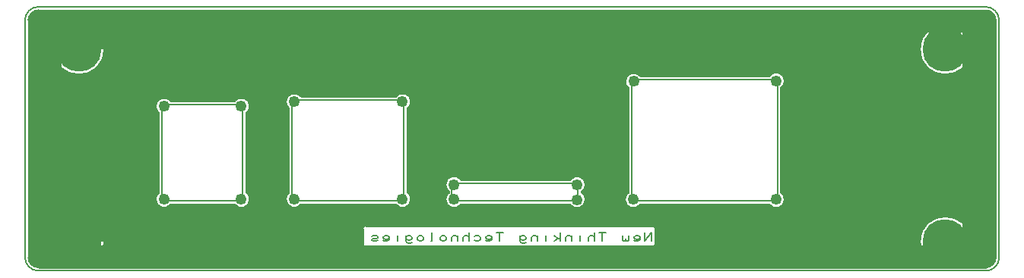
<source format=gbr>
%FSLAX36Y36*%
%MOMM*%
G04 EasyPC Gerber Version 18.0.8 Build 3632 *
%ADD28R,3.75000X26.50000*%
%ADD10C,0.02540*%
%ADD11C,0.12700*%
%ADD12C,0.20000*%
%ADD84C,1.25000*%
%ADD15C,5.00000*%
%ADD25R,105.50000X2.50000*%
X0Y0D02*
D02*
D10*
X22287500Y64581300D02*
G75*
G03X21117700Y63411500J-1169800D01*
G01*
Y36911500*
G75*
G03X22287500Y35741700I1169800*
G01*
X127787500*
G75*
G03X128957300Y36911500J1169800*
G01*
Y63411500*
G75*
G03X127787500Y64581300I-1169800*
G01*
X22287500*
X24020800Y38661500D02*
G75*
G02X29554200I2766700D01*
G01*
G75*
G02X24020800I-2766700*
G01*
Y60161500D02*
G75*
G02X29554200I2766700D01*
G01*
G75*
G02X24020800I-2766700*
G01*
X35707300Y44088600D02*
Y53134400D01*
G75*
G02X35395800Y53811500I580200J677100*
G01*
G75*
G02X37004500Y54341700I891700*
G01*
X44170600*
G75*
G02X45779200Y53811500I716900J-530200*
G01*
G75*
G02X45367700Y53060100I-891800*
G01*
Y44162900*
G75*
G02X45779200Y43411500I-480300J-751400*
G01*
G75*
G02X44170600Y42881300I-891700*
G01*
X37004500*
G75*
G02X35395800Y43411500I-717000J530200*
G01*
G75*
G02X35707300Y44088600I891700*
G01*
X50207300D02*
Y53634400D01*
G75*
G02X49895800Y54311500I580200J677100*
G01*
G75*
G02X51504500Y54841700I891700*
G01*
X62120600*
G75*
G02X63729200Y54311500I716900J-530200*
G01*
G75*
G02X63317700Y53560100I-891800*
G01*
Y44162900*
G75*
G02X63729200Y43411500I-480300J-751400*
G01*
G75*
G02X62120600Y42881300I-891700*
G01*
X51504500*
G75*
G02X49895800Y43411500I-717000J530200*
G01*
G75*
G02X50207300Y44088600I891700*
G01*
X68007300Y44061600D02*
Y44373900D01*
G75*
G02X67683300Y45061500I567700J687600*
G01*
G75*
G02X69326400Y45541700I891700*
G01*
X81549000*
G75*
G02X83166700Y45024000I726000J-517700*
G01*
G75*
G02X82717700Y44250000I-891700*
G01*
Y44135500*
G75*
G02X83166700Y43361500I-442700J-774000*
G01*
G75*
G02X81523600Y42881300I-891700*
G01*
X69318200*
G75*
G02X67683300Y43374000I-743200J492700*
G01*
G75*
G02X68007300Y44061600I891700*
G01*
X88007300Y44081500D02*
Y55909400D01*
G75*
G02X87695800Y56586500I580200J677100*
G01*
G75*
G02X89285300Y57141700I891700*
G01*
X103727700*
G75*
G02X105354200Y56636500I734800J-505200*
G01*
G75*
G02X104917700Y55869700I-891700*
G01*
Y44133200*
G75*
G02X105341700Y43374000I-467700J-759200*
G01*
G75*
G02X103706800Y42881300I-891700*
G01*
X89293200*
G75*
G02X87658300Y43374000I-743200J492700*
G01*
G75*
G02X88007300Y44081500I891700*
G01*
X90929200Y38386500D02*
G75*
G02X90662500Y38119800I-266700D01*
G01*
X58712500*
G75*
G02X58445800Y38386500J266700*
G01*
Y40110500*
G75*
G02X58712500Y40377200I266700*
G01*
X90662500*
G75*
G02X90929200Y40110500J-266700*
G01*
Y38386500*
X120520800Y38661500D02*
G75*
G02X126054200I2766700D01*
G01*
G75*
G02X120520800I-2766700*
G01*
Y60161500D02*
G75*
G02X126054200I2766700D01*
G01*
G75*
G02X120520800I-2766700*
G01*
X21117700Y38661500D02*
G36*
Y36911500D01*
G75*
G03X22287500Y35741700I1169800*
G01*
X127787500*
G75*
G03X128957300Y36911500J1169800*
G01*
Y38661500*
X126054200*
G75*
G02X120520800I-2766700*
G01*
X90929200*
Y38386500*
G75*
G02X90662500Y38119800I-266700*
G01*
X58712500*
G75*
G02X58445800Y38386500J266700*
G01*
Y38661500*
X29554200*
G75*
G02X24020800I-2766700*
G01*
X21117700*
G37*
X24020800D02*
G36*
G75*
G02X29554200I2766700D01*
G01*
X58445800*
Y40110500*
G75*
G02X58712500Y40377200I266700*
G01*
X90662500*
G75*
G02X90929200Y40110500J-266700*
G01*
Y38661500*
X120520800*
G75*
G02X126054200I2766700*
G01*
X128957300*
Y44211500*
X104917700*
Y44133200*
G75*
G02X105341700Y43374000I-467700J-759200*
G01*
G75*
G02X103706800Y42881300I-891700*
G01*
X89293200*
G75*
G02X87658300Y43374000I-743200J492700*
G01*
G75*
G02X88007300Y44081500I891700*
G01*
Y44211500*
X82717700*
Y44135500*
G75*
G02X83166700Y43361500I-442700J-774000*
G01*
G75*
G02X81523600Y42881300I-891700*
G01*
X69318200*
G75*
G02X67683300Y43374000I-743200J492700*
G01*
G75*
G02X68007300Y44061600I891700*
G01*
Y44211500*
X63317700*
Y44162900*
G75*
G02X63729200Y43411500I-480300J-751400*
G01*
G75*
G02X62120600Y42881300I-891700*
G01*
X51504500*
G75*
G02X49895800Y43411500I-717000J530200*
G01*
G75*
G02X50207300Y44088600I891700*
G01*
Y44211500*
X45367700*
Y44162900*
G75*
G02X45779200Y43411500I-480300J-751400*
G01*
G75*
G02X44170600Y42881300I-891700*
G01*
X37004500*
G75*
G02X35395800Y43411500I-717000J530200*
G01*
G75*
G02X35707300Y44088600I891700*
G01*
Y44211500*
X21117700*
Y38661500*
X24020800*
G37*
X21117700Y60161500D02*
G36*
Y48611500D01*
X35707300*
Y53134400*
G75*
G02X35395800Y53811500I580200J677100*
G01*
G75*
G02X37004500Y54341700I891700*
G01*
X44170600*
G75*
G02X45779200Y53811500I716900J-530200*
G01*
G75*
G02X45367700Y53060100I-891800*
G01*
Y48611500*
X50207300*
Y53634400*
G75*
G02X49895800Y54311500I580200J677100*
G01*
G75*
G02X51504500Y54841700I891700*
G01*
X62120600*
G75*
G02X63729200Y54311500I716900J-530200*
G01*
G75*
G02X63317700Y53560100I-891800*
G01*
Y48611500*
X88007300*
Y55909400*
G75*
G02X87695800Y56586500I580200J677100*
G01*
G75*
G02X89285300Y57141700I891700*
G01*
X103727700*
G75*
G02X105354200Y56636500I734800J-505200*
G01*
G75*
G02X104917700Y55869700I-891700*
G01*
Y48611500*
X128957300*
Y60161500*
X126054200*
G75*
G02X120520800I-2766700*
G01*
X29554200*
G75*
G02X24020800I-2766700*
G01*
X21117700*
G37*
X24020800D02*
G36*
G75*
G02X29554200I2766700D01*
G01*
X120520800*
G75*
G02X126054200I2766700*
G01*
X128957300*
Y63411500*
G75*
G03X127787500Y64581300I-1169800*
G01*
X22287500*
G75*
G03X21117700Y63411500J-1169800*
G01*
Y60161500*
X24020800*
G37*
X21117500Y48611500D02*
G36*
Y44211500D01*
X35707500*
Y48611500*
X21117500*
G37*
X45367500D02*
G36*
Y44211500D01*
X50207500*
Y48611500*
X45367500*
G37*
X63317700D02*
G36*
Y44211500D01*
X68007300*
Y44373900*
G75*
G02X67683300Y45061500I567700J687600*
G01*
G75*
G02X69326400Y45541700I891700*
G01*
X81549000*
G75*
G02X83166700Y45024000I726000J-517700*
G01*
G75*
G02X82717700Y44250000I-891700*
G01*
Y44211500*
X88007300*
Y48611500*
X63317700*
G37*
X104917500D02*
G36*
Y44211500D01*
X128957500*
Y48611500*
X104917500*
G37*
D02*
D11*
X22287500Y64911500D02*
G75*
G03X20787500Y63411500J-1500000D01*
G01*
Y36911500*
G75*
G03X22287500Y35411500I1500000*
G01*
X127787500*
G75*
G03X129287500Y36911500J1500000*
G01*
Y63411500*
G75*
G03X127787500Y64911500I-1500000*
G01*
X22287500*
X36537500Y54011500D02*
G75*
G03X36037500Y53511500J-500000D01*
G01*
Y43611500*
G75*
G03X36437500Y43211500I400000*
G01*
X44637500*
G75*
G03X45037500Y43611500J400000*
G01*
Y53511500*
G75*
G03X44537500Y54011500I-500000*
G01*
X36537500*
X51037500Y54511500D02*
G75*
G03X50537500Y54011500J-500000D01*
G01*
Y43711500*
G75*
G03X51037500Y43211500I500000*
G01*
X62487500*
G75*
G03X62987500Y43711500J500000*
G01*
Y54011500*
G75*
G03X62487500Y54511500I-500000*
G01*
X51037500*
X68837500Y45211500D02*
G75*
G03X68337500Y44711500J-500000D01*
G01*
Y43711500*
G75*
G03X68837500Y43211500I500000*
G01*
X81887500*
G75*
G03X82387500Y43711500J500000*
G01*
Y44711500*
G75*
G03X81887500Y45211500I-500000*
G01*
X68837500*
X88837500Y56811500D02*
G75*
G03X88337500Y56311500J-500000D01*
G01*
Y43711500*
G75*
G03X88837500Y43211500I500000*
G01*
X104087500*
G75*
G03X104587500Y43711500J500000*
G01*
Y56311500*
G75*
G03X104087500Y56811500I-500000*
G01*
X88837500*
D02*
D12*
X90562500Y38724600D02*
Y39677100D01*
X89768700Y38724600*
Y39677100*
X88657500Y38804000D02*
X88736900Y38724600D01*
X88895600*
X89054400*
X89213100Y38804000*
X89292500Y38962800*
Y39200900*
X89213100Y39280300*
X89054400Y39359600*
X88895600*
X88736900Y39280300*
X88657500Y39200900*
Y39121500*
X88736900Y39042100*
X88895600Y38962800*
X89054400*
X89213100Y39042100*
X89292500Y39121500*
X88022500Y39359600D02*
Y38804000D01*
X87943100Y38724600*
X87784400*
X87705000Y38804000*
Y39042100*
Y38804000D02*
X87625600Y38724600D01*
X87466900*
X87387500Y38804000*
Y39359600*
X85085600Y38724600D02*
Y39677100D01*
X85482500D02*
X84688700D01*
X84212500Y38724600D02*
Y39677100D01*
Y39121500D02*
X84133100Y39280300D01*
X83974400Y39359600*
X83815600*
X83656900Y39280300*
X83577500Y39121500*
Y38724600*
X82625000D02*
Y39359600D01*
Y39597800D02*
X81672500Y38724600*
Y39359600D01*
Y39121500D02*
X81593100Y39280300D01*
X81434400Y39359600*
X81275600*
X81116900Y39280300*
X81037500Y39121500*
Y38724600*
X80402500D02*
Y39677100D01*
Y39042100D02*
X80164400D01*
X79767500Y39359600*
X80164400Y39042100D02*
X79767500Y38724600D01*
X78815000D02*
Y39359600D01*
Y39597800D02*
X77862500Y38724600*
Y39359600D01*
Y39121500D02*
X77783100Y39280300D01*
X77624400Y39359600*
X77465600*
X77306900Y39280300*
X77227500Y39121500*
Y38724600*
X75957500Y39121500D02*
X76036900Y39280300D01*
X76195600Y39359600*
X76354400*
X76513100Y39280300*
X76592500Y39121500*
Y39042100*
X76513100Y38883400*
X76354400Y38804000*
X76195600*
X76036900Y38883400*
X75957500Y39042100*
Y39359600D02*
Y38724600D01*
X76036900Y38565900*
X76195600Y38486500*
X76433700*
X76592500Y38565900*
X73655600Y38724600D02*
Y39677100D01*
X74052500D02*
X73258700D01*
X72147500Y38804000D02*
X72226900Y38724600D01*
X72385600*
X72544400*
X72703100Y38804000*
X72782500Y38962800*
Y39200900*
X72703100Y39280300*
X72544400Y39359600*
X72385600*
X72226900Y39280300*
X72147500Y39200900*
Y39121500*
X72226900Y39042100*
X72385600Y38962800*
X72544400*
X72703100Y39042100*
X72782500Y39121500*
X70877500Y39280300D02*
X71036200Y39359600D01*
X71274400*
X71433100Y39280300*
X71512500Y39121500*
Y38962800*
X71433100Y38804000*
X71274400Y38724600*
X71036200*
X70877500Y38804000*
X70242500Y38724600D02*
Y39677100D01*
Y39121500D02*
X70163100Y39280300D01*
X70004400Y39359600*
X69845600*
X69686900Y39280300*
X69607500Y39121500*
Y38724600*
X68972500D02*
Y39359600D01*
Y39121500D02*
X68893100Y39280300D01*
X68734400Y39359600*
X68575600*
X68416900Y39280300*
X68337500Y39121500*
Y38724600*
X67702500Y38962800D02*
X67623100Y38804000D01*
X67464400Y38724600*
X67305600*
X67146900Y38804000*
X67067500Y38962800*
Y39121500*
X67146900Y39280300*
X67305600Y39359600*
X67464400*
X67623100Y39280300*
X67702500Y39121500*
Y38962800*
X66035600Y38724600D02*
X66115000D01*
Y39677100*
X65162500Y38962800D02*
X65083100Y38804000D01*
X64924400Y38724600*
X64765600*
X64606900Y38804000*
X64527500Y38962800*
Y39121500*
X64606900Y39280300*
X64765600Y39359600*
X64924400*
X65083100Y39280300*
X65162500Y39121500*
Y38962800*
X63257500Y39121500D02*
X63336900Y39280300D01*
X63495600Y39359600*
X63654400*
X63813100Y39280300*
X63892500Y39121500*
Y39042100*
X63813100Y38883400*
X63654400Y38804000*
X63495600*
X63336900Y38883400*
X63257500Y39042100*
Y39359600D02*
Y38724600D01*
X63336900Y38565900*
X63495600Y38486500*
X63733700*
X63892500Y38565900*
X62305000Y38724600D02*
Y39359600D01*
Y39597800D02*
X60717500Y38804000*
X60796900Y38724600D01*
X60955600*
X61114400*
X61273100Y38804000*
X61352500Y38962800*
Y39200900*
X61273100Y39280300*
X61114400Y39359600*
X60955600*
X60796900Y39280300*
X60717500Y39200900*
Y39121500*
X60796900Y39042100*
X60955600Y38962800*
X61114400*
X61273100Y39042100*
X61352500Y39121500*
X60082500Y38804000D02*
X59923700Y38724600D01*
X59606200*
X59447500Y38804000*
Y38962800*
X59606200Y39042100*
X59923700*
X60082500Y39121500*
Y39280300*
X59923700Y39359600*
X59606200*
X59447500Y39280300*
D02*
D15*
X26787500Y38661500D03*
Y60161500D03*
X123287500Y38661500D03*
Y60161500D03*
D02*
D25*
X75012500Y63336500D03*
X75062500Y36986500D03*
D02*
D28*
X22987500Y49911500D03*
X127087500Y50036500D03*
D02*
D84*
X36287500Y43411500D03*
Y53811500D03*
X44887500Y43411500D03*
Y53811500D03*
X50787500Y43411500D03*
Y54311500D03*
X62837500Y43411500D03*
Y54311500D03*
X68575000Y43374000D03*
Y45061500D03*
X82275000Y43361500D03*
Y45024000D03*
X88550000Y43374000D03*
X88587500Y56586500D03*
X104450000Y43374000D03*
X104462500Y56636500D03*
X0Y0D02*
M02*

</source>
